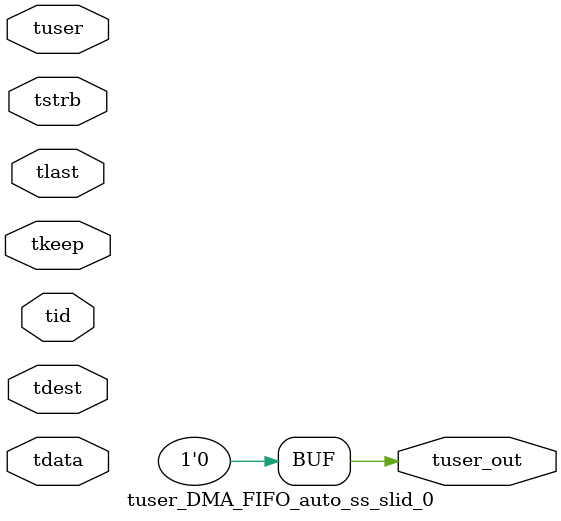
<source format=v>


`timescale 1ps/1ps

module tuser_DMA_FIFO_auto_ss_slid_0 #
(
parameter C_S_AXIS_TUSER_WIDTH = 1,
parameter C_S_AXIS_TDATA_WIDTH = 32,
parameter C_S_AXIS_TID_WIDTH   = 0,
parameter C_S_AXIS_TDEST_WIDTH = 0,
parameter C_M_AXIS_TUSER_WIDTH = 1
)
(
input  [(C_S_AXIS_TUSER_WIDTH == 0 ? 1 : C_S_AXIS_TUSER_WIDTH)-1:0     ] tuser,
input  [(C_S_AXIS_TDATA_WIDTH == 0 ? 1 : C_S_AXIS_TDATA_WIDTH)-1:0     ] tdata,
input  [(C_S_AXIS_TID_WIDTH   == 0 ? 1 : C_S_AXIS_TID_WIDTH)-1:0       ] tid,
input  [(C_S_AXIS_TDEST_WIDTH == 0 ? 1 : C_S_AXIS_TDEST_WIDTH)-1:0     ] tdest,
input  [(C_S_AXIS_TDATA_WIDTH/8)-1:0 ] tkeep,
input  [(C_S_AXIS_TDATA_WIDTH/8)-1:0 ] tstrb,
input                                                                    tlast,
output [C_M_AXIS_TUSER_WIDTH-1:0] tuser_out
);

assign tuser_out = {1'b0};

endmodule


</source>
